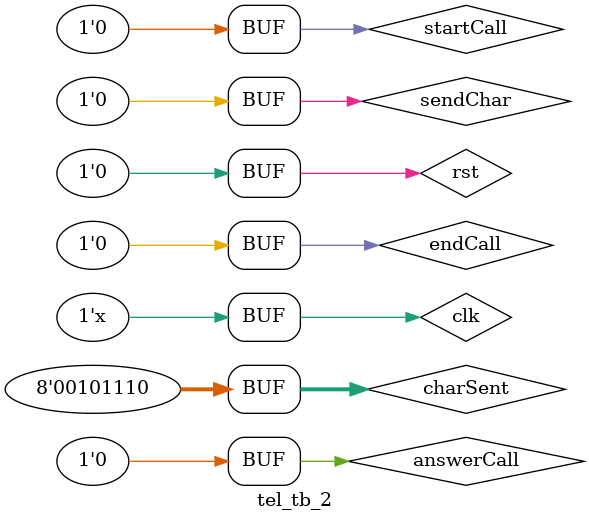
<source format=v>
`timescale 1ns / 1ps

module tel_tb_2();

reg clk;
reg rst;
reg startCall, answerCall;
reg endCall;
reg sendChar;
reg [7:0] charSent;
wire [63:0] statusMsg;
wire [63:0] sentMsg;

telephone uut(clk, rst, startCall, answerCall, endCall, sendChar, charSent, statusMsg, sentMsg);

// 100 MHz clock
always #5 clk = ~clk; 

initial begin
	// initialize every input to 0
	clk = 0;
	rst = 0;
	startCall = 0;
	answerCall = 0;
	endCall = 0;
	sendChar = 0;
	charSent = " ";

	// Xilinx global reset time
	#100;

	// reset your circuit
	rst=1; #20; rst=0; #20; rst=0;              // reset

	startCall=1; #10; startCall=0;              // caller starts call
	#30;                                        // statusMsg displaying "RINGING "
	answerCall=1; #10; answerCall=0;            // callee answer call
	#20;                                        // statusMsg displaying "CALL  "

	sendChar=1; charSent="W"; #10; sendChar=0; #10; // caller sends "W", sentMsg displaying "       W", cost is 2
	sendChar=1; charSent="h"; #10; sendChar=0; #10; // caller sends "h", sentMsg displaying "      Wh", cost is 4
	sendChar=1; charSent=135; #10; sendChar=0; #10; // caller sends (invalid char), no change on sentMsg and cost
    #20;                                            // caller sends nothing for 2 clock cycles
    endCall=1; #10; endCall=0;                      // callee ends the call
	#150;                                           // statusMsg displaying "COST    ", sentMsg displaying "00000004"

    startCall=1; #10; startCall=0;                              // caller starts call
	#30;                                                        // statusMsg displaying "RINGING "
	answerCall=1; #10; answerCall=0;                            // callee answer call
	#20;                                                        // statusMsg displaying "CALL  "
	sendChar=1; charSent="W"; #10; sendChar=0; #10; // caller sends "W", sentMsg displaying "       W", cost is 2
	sendChar=1; charSent="h"; #10; sendChar=0; #10; // caller sends "h", sentMsg displaying "      Wh", cost is 4
	sendChar=1; charSent="o"; #10; sendChar=0; #10; // caller sends "o", sentMsg displaying "     Who", cost is 6
	sendChar=1; charSent=" "; #10; sendChar=0; #10; // caller sends " ", sentMsg displaying "    Who ", cost is 8
	sendChar=1; charSent="i"; #10; sendChar=0; #10; // caller sends "i", sentMsg displaying "   Who i", cost is 10
	sendChar=1; charSent="s"; #10; sendChar=0; #10; // caller sends "s", sentMsg displaying "  Who is", cost is 12
	#20;                                            // caller sends nothing for 2 clock cycles
	sendChar=1; charSent=" "; #10; sendChar=0; #10; // caller sends " ", sentMsg displaying " Who is ", cost is 14
	sendChar=1; charSent="t"; #10; sendChar=0; #10; // caller sends "t", sentMsg displaying "Who is t", cost is 16
	sendChar=1; charSent="h"; #10; sendChar=0; #10; // caller sends "h", sentMsg displaying "ho is th", cost is 18
	sendChar=1; charSent="i"; #10; sendChar=0; #10; // caller sends "i", sentMsg displaying "o is thi", cost is 20
	sendChar=1; charSent="s"; #10; sendChar=0; #10; // caller sends "s", sentMsg displaying " is this", cost is 22
	sendChar=1; charSent="?"; #10; sendChar=0; #10; // caller sends "?", sentMsg displaying "is this?", cost is 24
	
	sendChar=1; charSent="Y"; #10; sendChar=0; #10; // callee sends "Y", sentMsg displaying "s this?Y", cost is 26
	sendChar=1; charSent="o"; #10; sendChar=0; #10; // callee sends "o", sentMsg displaying " this?Yo", cost is 28
	sendChar=1; charSent="u"; #10; sendChar=0; #10; // callee sends "u", sentMsg displaying "this?You", cost is 30
	sendChar=1; charSent="r"; #10; sendChar=0; #10; // callee sends "r", sentMsg displaying "his?Your", cost is 32
	sendChar=1; charSent=" "; #10; sendChar=0; #10; // callee sends " ", sentMsg displaying "is?Your ", cost is 34
	sendChar=1; charSent=  8; #10; sendChar=0; #10; // callee sends invalid char
    #10;                                            // callee sends nothing for 1 clock cycle
	sendChar=1; charSent=178; #10; sendChar=0; #10; // callee sends invalid char
	sendChar=1; charSent="T"; #10; sendChar=0; #10; // callee sends "T", sentMsg displaying "s?Your T", cost is 36
	sendChar=1; charSent="A"; #10; sendChar=0; #10; // callee sends "A", sentMsg displaying "?Your TA", cost is 38
	sendChar=1; charSent="."; #10; sendChar=0; #10; // callee sends ".", sentMsg displaying "Your TA.", cost is 40
	
    sendChar=1; charSent="O"; #10; sendChar=0; #10; // caller sends "O", sentMsg displaying "our TA.O", cost is 42
	sendChar=1; charSent="K"; #10; sendChar=0; #10; // caller sends "K", sentMsg displaying "ur TA.OK", cost is 44
	sendChar=1; charSent="."; #10; sendChar=0; #10; // caller sends ".", sentMsg displaying "r TA.OK.", cost is 46
    #10;
	endCall=1; #10; endCall=0; #10;                 // caller ends the call
	#50;	                                        // statusMsg displaying "COST    ", sentMsg displaying "0000002E"
end

endmodule
</source>
